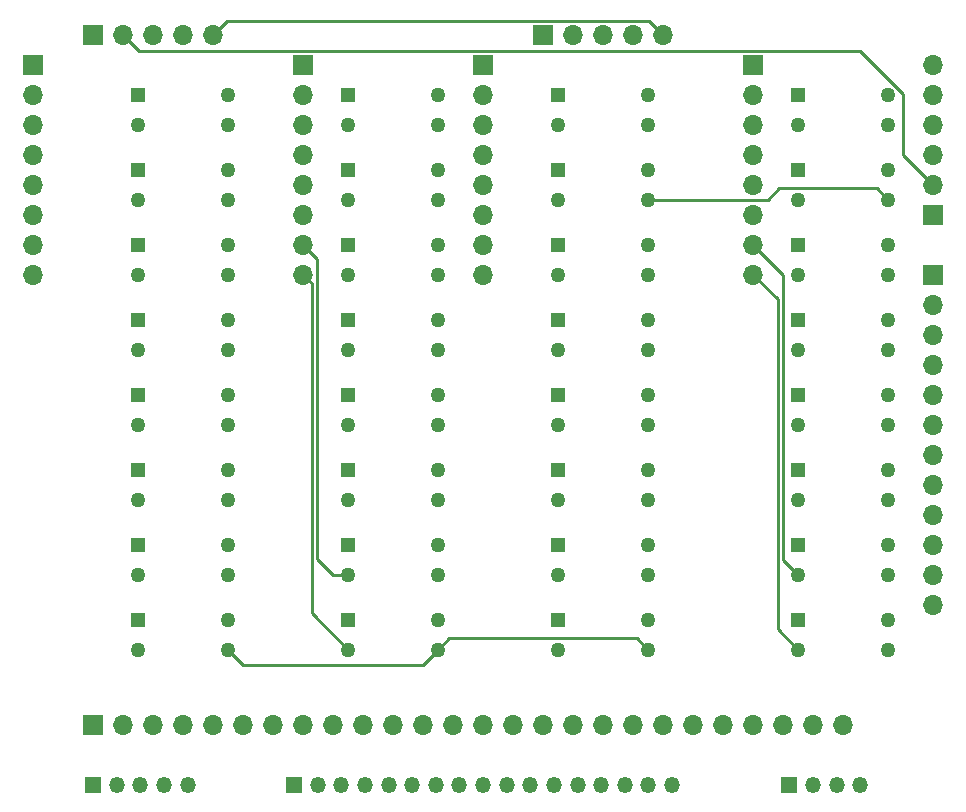
<source format=gbr>
%TF.GenerationSoftware,KiCad,Pcbnew,7.0.1*%
%TF.CreationDate,2023-11-08T17:30:37+01:00*%
%TF.ProjectId,keyboard,6b657962-6f61-4726-942e-6b696361645f,rev?*%
%TF.SameCoordinates,Original*%
%TF.FileFunction,Copper,L2,Bot*%
%TF.FilePolarity,Positive*%
%FSLAX46Y46*%
G04 Gerber Fmt 4.6, Leading zero omitted, Abs format (unit mm)*
G04 Created by KiCad (PCBNEW 7.0.1) date 2023-11-08 17:30:37*
%MOMM*%
%LPD*%
G01*
G04 APERTURE LIST*
%TA.AperFunction,ComponentPad*%
%ADD10R,1.260000X1.260000*%
%TD*%
%TA.AperFunction,ComponentPad*%
%ADD11C,1.260000*%
%TD*%
%TA.AperFunction,ComponentPad*%
%ADD12R,1.700000X1.700000*%
%TD*%
%TA.AperFunction,ComponentPad*%
%ADD13O,1.700000X1.700000*%
%TD*%
%TA.AperFunction,ComponentPad*%
%ADD14O,1.350000X1.350000*%
%TD*%
%TA.AperFunction,ComponentPad*%
%ADD15R,1.350000X1.350000*%
%TD*%
%TA.AperFunction,Conductor*%
%ADD16C,0.250000*%
%TD*%
G04 APERTURE END LIST*
D10*
%TO.P,Q30,1*%
%TO.N,Net-(J7-Pin_5)*%
X151130000Y-77470000D03*
D11*
%TO.P,Q30,2*%
%TO.N,Net-(J4-Pin_6)*%
X151130000Y-80010000D03*
%TO.P,Q30,3*%
%TO.N,Net-(J6-Pin_8)*%
X158750000Y-80010000D03*
%TO.P,Q30,4*%
%TO.N,Net-(J6-Pin_7)*%
X158750000Y-77470000D03*
%TD*%
D12*
%TO.P,J4,1,Pin_1*%
%TO.N,Net-(J4-Pin_1)*%
X147320000Y-43180000D03*
D13*
%TO.P,J4,2,Pin_2*%
%TO.N,Net-(J4-Pin_2)*%
X147320000Y-45720000D03*
%TO.P,J4,3,Pin_3*%
%TO.N,Net-(J4-Pin_3)*%
X147320000Y-48260000D03*
%TO.P,J4,4,Pin_4*%
%TO.N,Net-(J4-Pin_4)*%
X147320000Y-50800000D03*
%TO.P,J4,5,Pin_5*%
%TO.N,Net-(J4-Pin_5)*%
X147320000Y-53340000D03*
%TO.P,J4,6,Pin_6*%
%TO.N,Net-(J4-Pin_6)*%
X147320000Y-55880000D03*
%TO.P,J4,7,Pin_7*%
%TO.N,Net-(J4-Pin_7)*%
X147320000Y-58420000D03*
%TO.P,J4,8,Pin_8*%
%TO.N,Net-(J4-Pin_8)*%
X147320000Y-60960000D03*
%TD*%
D12*
%TO.P,J2,1,Pin_1*%
%TO.N,Net-(J2-Pin_1)*%
X109220000Y-43180000D03*
D13*
%TO.P,J2,2,Pin_2*%
%TO.N,Net-(J2-Pin_2)*%
X109220000Y-45720000D03*
%TO.P,J2,3,Pin_3*%
%TO.N,Net-(J2-Pin_3)*%
X109220000Y-48260000D03*
%TO.P,J2,4,Pin_4*%
%TO.N,Net-(J2-Pin_4)*%
X109220000Y-50800000D03*
%TO.P,J2,5,Pin_5*%
%TO.N,Net-(J2-Pin_5)*%
X109220000Y-53340000D03*
%TO.P,J2,6,Pin_6*%
%TO.N,Net-(J2-Pin_6)*%
X109220000Y-55880000D03*
%TO.P,J2,7,Pin_7*%
%TO.N,Net-(J2-Pin_7)*%
X109220000Y-58420000D03*
%TO.P,J2,8,Pin_8*%
%TO.N,Net-(J2-Pin_8)*%
X109220000Y-60960000D03*
%TD*%
D12*
%TO.P,J7,1,Pin_1*%
%TO.N,Net-(J7-Pin_1)*%
X91440000Y-40640000D03*
D13*
%TO.P,J7,2,Pin_2*%
%TO.N,Net-(J7-Pin_2)*%
X93980000Y-40640000D03*
%TO.P,J7,3,Pin_3*%
%TO.N,Net-(J7-Pin_3)*%
X96520000Y-40640000D03*
%TO.P,J7,4,Pin_4*%
%TO.N,Net-(J7-Pin_4)*%
X99060000Y-40640000D03*
%TO.P,J7,5,Pin_5*%
%TO.N,Net-(J7-Pin_5)*%
X101600000Y-40640000D03*
%TD*%
D10*
%TO.P,Q7,1*%
%TO.N,Net-(J7-Pin_5)*%
X95250000Y-83820000D03*
D11*
%TO.P,Q7,2*%
%TO.N,Net-(J1-Pin_7)*%
X95250000Y-86360000D03*
%TO.P,Q7,3*%
%TO.N,Net-(Q1-Pad3)*%
X102870000Y-86360000D03*
%TO.P,Q7,4*%
%TO.N,Net-(J11-Pin_2)*%
X102870000Y-83820000D03*
%TD*%
D12*
%TO.P,J9,1,Pin_1*%
%TO.N,Net-(J7-Pin_1)*%
X162560000Y-55880000D03*
D13*
%TO.P,J9,2,Pin_2*%
%TO.N,Net-(J7-Pin_2)*%
X162560000Y-53340000D03*
%TO.P,J9,3,Pin_3*%
%TO.N,Net-(J8-Pin_2)*%
X162560000Y-50800000D03*
%TO.P,J9,4,Pin_4*%
%TO.N,Net-(J7-Pin_3)*%
X162560000Y-48260000D03*
%TO.P,J9,5,Pin_5*%
%TO.N,Net-(J7-Pin_4)*%
X162560000Y-45720000D03*
%TO.P,J9,6,Pin_6*%
%TO.N,Net-(J7-Pin_5)*%
X162560000Y-43180000D03*
%TD*%
D14*
%TO.P,J12,4,Pin_4*%
%TO.N,Net-(J12-Pin_4)*%
X156400000Y-104140000D03*
%TO.P,J12,3,Pin_3*%
%TO.N,Net-(J12-Pin_3)*%
X154400000Y-104140000D03*
%TO.P,J12,2,Pin_2*%
%TO.N,Net-(J12-Pin_2)*%
X152400000Y-104140000D03*
D15*
%TO.P,J12,1,Pin_1*%
%TO.N,Net-(J12-Pin_1)*%
X150400000Y-104140000D03*
%TD*%
%TO.P,J11,1,Pin_1*%
%TO.N,Net-(J11-Pin_1)*%
X108460000Y-104140000D03*
D14*
%TO.P,J11,2,Pin_2*%
%TO.N,Net-(J11-Pin_2)*%
X110460000Y-104140000D03*
%TO.P,J11,3,Pin_3*%
%TO.N,Net-(J11-Pin_3)*%
X112460000Y-104140000D03*
%TO.P,J11,4,Pin_4*%
%TO.N,Net-(J11-Pin_4)*%
X114460000Y-104140000D03*
%TO.P,J11,5,Pin_5*%
%TO.N,Net-(J11-Pin_5)*%
X116460000Y-104140000D03*
%TO.P,J11,6,Pin_6*%
%TO.N,Net-(J11-Pin_6)*%
X118460000Y-104140000D03*
%TO.P,J11,7,Pin_7*%
%TO.N,Net-(J11-Pin_7)*%
X120460000Y-104140000D03*
%TO.P,J11,8,Pin_8*%
%TO.N,Net-(J11-Pin_8)*%
X122460000Y-104140000D03*
%TO.P,J11,9,Pin_9*%
%TO.N,Net-(J11-Pin_9)*%
X124460000Y-104140000D03*
%TO.P,J11,10,Pin_10*%
%TO.N,Net-(J11-Pin_10)*%
X126460000Y-104140000D03*
%TO.P,J11,11,Pin_11*%
%TO.N,Net-(J11-Pin_11)*%
X128460000Y-104140000D03*
%TO.P,J11,12,Pin_12*%
%TO.N,Net-(J11-Pin_12)*%
X130460000Y-104140000D03*
%TO.P,J11,13,Pin_13*%
%TO.N,Net-(J11-Pin_13)*%
X132460000Y-104140000D03*
%TO.P,J11,14,Pin_14*%
%TO.N,Net-(J11-Pin_14)*%
X134460000Y-104140000D03*
%TO.P,J11,15,Pin_15*%
%TO.N,Net-(J11-Pin_15)*%
X136460000Y-104140000D03*
%TO.P,J11,16,Pin_16*%
%TO.N,Net-(J11-Pin_16)*%
X138460000Y-104140000D03*
%TO.P,J11,17,Pin_17*%
%TO.N,Net-(J11-Pin_17)*%
X140460000Y-104140000D03*
%TD*%
D15*
%TO.P,J10,1,Pin_1*%
%TO.N,Net-(J10-Pin_1)*%
X91440000Y-104140000D03*
D14*
%TO.P,J10,2,Pin_2*%
%TO.N,Net-(J10-Pin_2)*%
X93440000Y-104140000D03*
%TO.P,J10,3,Pin_3*%
%TO.N,Net-(J10-Pin_3)*%
X95440000Y-104140000D03*
%TO.P,J10,4,Pin_4*%
%TO.N,Net-(J10-Pin_4)*%
X97440000Y-104140000D03*
%TO.P,J10,5,Pin_5*%
%TO.N,Net-(J10-Pin_5)*%
X99440000Y-104140000D03*
%TD*%
D12*
%TO.P,J8,1,Pin_1*%
%TO.N,Net-(J7-Pin_1)*%
X129540000Y-40640000D03*
D13*
%TO.P,J8,2,Pin_2*%
%TO.N,Net-(J8-Pin_2)*%
X132080000Y-40640000D03*
%TO.P,J8,3,Pin_3*%
%TO.N,Net-(J7-Pin_3)*%
X134620000Y-40640000D03*
%TO.P,J8,4,Pin_4*%
%TO.N,Net-(J7-Pin_4)*%
X137160000Y-40640000D03*
%TO.P,J8,5,Pin_5*%
%TO.N,Net-(J7-Pin_5)*%
X139700000Y-40640000D03*
%TD*%
D10*
%TO.P,Q17,1*%
%TO.N,Net-(J7-Pin_5)*%
X130810000Y-45720000D03*
D11*
%TO.P,Q17,2*%
%TO.N,Net-(J3-Pin_1)*%
X130810000Y-48260000D03*
%TO.P,Q17,3*%
%TO.N,Net-(Q1-Pad3)*%
X138430000Y-48260000D03*
%TO.P,Q17,4*%
%TO.N,Net-(J11-Pin_12)*%
X138430000Y-45720000D03*
%TD*%
D10*
%TO.P,Q11,1*%
%TO.N,Net-(J7-Pin_5)*%
X113030000Y-58420000D03*
D11*
%TO.P,Q11,2*%
%TO.N,Net-(J2-Pin_3)*%
X113030000Y-60960000D03*
%TO.P,Q11,3*%
%TO.N,Net-(Q1-Pad3)*%
X120650000Y-60960000D03*
%TO.P,Q11,4*%
%TO.N,Net-(J11-Pin_6)*%
X120650000Y-58420000D03*
%TD*%
D10*
%TO.P,Q24,1*%
%TO.N,Net-(J7-Pin_5)*%
X130810000Y-90170000D03*
D11*
%TO.P,Q24,2*%
%TO.N,Net-(J3-Pin_8)*%
X130810000Y-92710000D03*
%TO.P,Q24,3*%
%TO.N,Net-(Q1-Pad3)*%
X138430000Y-92710000D03*
%TO.P,Q24,4*%
%TO.N,Net-(J12-Pin_2)*%
X138430000Y-90170000D03*
%TD*%
D10*
%TO.P,Q20,1*%
%TO.N,Net-(J7-Pin_5)*%
X130810000Y-64770000D03*
D11*
%TO.P,Q20,2*%
%TO.N,Net-(J3-Pin_4)*%
X130810000Y-67310000D03*
%TO.P,Q20,3*%
%TO.N,Net-(Q1-Pad3)*%
X138430000Y-67310000D03*
%TO.P,Q20,4*%
%TO.N,Net-(J11-Pin_15)*%
X138430000Y-64770000D03*
%TD*%
D10*
%TO.P,Q8,1*%
%TO.N,Net-(J7-Pin_5)*%
X95250000Y-90170000D03*
D11*
%TO.P,Q8,2*%
%TO.N,Net-(J1-Pin_8)*%
X95250000Y-92710000D03*
%TO.P,Q8,3*%
%TO.N,Net-(Q1-Pad3)*%
X102870000Y-92710000D03*
%TO.P,Q8,4*%
%TO.N,Net-(J11-Pin_3)*%
X102870000Y-90170000D03*
%TD*%
D10*
%TO.P,Q13,1*%
%TO.N,Net-(J7-Pin_5)*%
X113030000Y-71120000D03*
D11*
%TO.P,Q13,2*%
%TO.N,Net-(J2-Pin_5)*%
X113030000Y-73660000D03*
%TO.P,Q13,3*%
%TO.N,Net-(Q1-Pad3)*%
X120650000Y-73660000D03*
%TO.P,Q13,4*%
%TO.N,Net-(J11-Pin_8)*%
X120650000Y-71120000D03*
%TD*%
D10*
%TO.P,Q2,1*%
%TO.N,Net-(J7-Pin_5)*%
X95250000Y-52070000D03*
D11*
%TO.P,Q2,2*%
%TO.N,Net-(J1-Pin_2)*%
X95250000Y-54610000D03*
%TO.P,Q2,3*%
%TO.N,Net-(Q1-Pad3)*%
X102870000Y-54610000D03*
%TO.P,Q2,4*%
%TO.N,Net-(J10-Pin_2)*%
X102870000Y-52070000D03*
%TD*%
D10*
%TO.P,Q23,1*%
%TO.N,Net-(J7-Pin_5)*%
X130810000Y-83820000D03*
D11*
%TO.P,Q23,2*%
%TO.N,Net-(J3-Pin_7)*%
X130810000Y-86360000D03*
%TO.P,Q23,3*%
%TO.N,Net-(Q1-Pad3)*%
X138430000Y-86360000D03*
%TO.P,Q23,4*%
%TO.N,Net-(J12-Pin_1)*%
X138430000Y-83820000D03*
%TD*%
D10*
%TO.P,Q32,1*%
%TO.N,Net-(J7-Pin_5)*%
X151130000Y-90170000D03*
D11*
%TO.P,Q32,2*%
%TO.N,Net-(J4-Pin_8)*%
X151130000Y-92710000D03*
%TO.P,Q32,3*%
%TO.N,Net-(J6-Pin_12)*%
X158750000Y-92710000D03*
%TO.P,Q32,4*%
%TO.N,Net-(J6-Pin_11)*%
X158750000Y-90170000D03*
%TD*%
D10*
%TO.P,Q28,1*%
%TO.N,Net-(J7-Pin_5)*%
X151130000Y-64770000D03*
D11*
%TO.P,Q28,2*%
%TO.N,Net-(J4-Pin_4)*%
X151130000Y-67310000D03*
%TO.P,Q28,3*%
%TO.N,Net-(J6-Pin_4)*%
X158750000Y-67310000D03*
%TO.P,Q28,4*%
%TO.N,Net-(J6-Pin_3)*%
X158750000Y-64770000D03*
%TD*%
D10*
%TO.P,Q19,1*%
%TO.N,Net-(J7-Pin_5)*%
X130810000Y-58420000D03*
D11*
%TO.P,Q19,2*%
%TO.N,Net-(J3-Pin_3)*%
X130810000Y-60960000D03*
%TO.P,Q19,3*%
%TO.N,Net-(Q1-Pad3)*%
X138430000Y-60960000D03*
%TO.P,Q19,4*%
%TO.N,Net-(J11-Pin_14)*%
X138430000Y-58420000D03*
%TD*%
D10*
%TO.P,Q18,1*%
%TO.N,Net-(J7-Pin_5)*%
X130810000Y-52070000D03*
D11*
%TO.P,Q18,2*%
%TO.N,Net-(J3-Pin_2)*%
X130810000Y-54610000D03*
%TO.P,Q18,3*%
%TO.N,Net-(Q1-Pad3)*%
X138430000Y-54610000D03*
%TO.P,Q18,4*%
%TO.N,Net-(J11-Pin_13)*%
X138430000Y-52070000D03*
%TD*%
D10*
%TO.P,Q6,1*%
%TO.N,Net-(J7-Pin_5)*%
X95250000Y-77470000D03*
D11*
%TO.P,Q6,2*%
%TO.N,Net-(J1-Pin_6)*%
X95250000Y-80010000D03*
%TO.P,Q6,3*%
%TO.N,Net-(Q1-Pad3)*%
X102870000Y-80010000D03*
%TO.P,Q6,4*%
%TO.N,Net-(J11-Pin_1)*%
X102870000Y-77470000D03*
%TD*%
D10*
%TO.P,Q14,1*%
%TO.N,Net-(J7-Pin_5)*%
X113030000Y-77470000D03*
D11*
%TO.P,Q14,2*%
%TO.N,Net-(J2-Pin_6)*%
X113030000Y-80010000D03*
%TO.P,Q14,3*%
%TO.N,Net-(Q1-Pad3)*%
X120650000Y-80010000D03*
%TO.P,Q14,4*%
%TO.N,Net-(J11-Pin_9)*%
X120650000Y-77470000D03*
%TD*%
D10*
%TO.P,Q27,1*%
%TO.N,Net-(J7-Pin_5)*%
X151130000Y-58420000D03*
D11*
%TO.P,Q27,2*%
%TO.N,Net-(J4-Pin_3)*%
X151130000Y-60960000D03*
%TO.P,Q27,3*%
%TO.N,Net-(J6-Pin_2)*%
X158750000Y-60960000D03*
%TO.P,Q27,4*%
%TO.N,Net-(J6-Pin_1)*%
X158750000Y-58420000D03*
%TD*%
D10*
%TO.P,Q25,1*%
%TO.N,Net-(J7-Pin_5)*%
X151130000Y-45720000D03*
D11*
%TO.P,Q25,2*%
%TO.N,Net-(J4-Pin_1)*%
X151130000Y-48260000D03*
%TO.P,Q25,3*%
%TO.N,Net-(Q1-Pad3)*%
X158750000Y-48260000D03*
%TO.P,Q25,4*%
%TO.N,Net-(J12-Pin_3)*%
X158750000Y-45720000D03*
%TD*%
D10*
%TO.P,Q5,1*%
%TO.N,Net-(J7-Pin_5)*%
X95250000Y-71120000D03*
D11*
%TO.P,Q5,2*%
%TO.N,Net-(J1-Pin_5)*%
X95250000Y-73660000D03*
%TO.P,Q5,3*%
%TO.N,Net-(Q1-Pad3)*%
X102870000Y-73660000D03*
%TO.P,Q5,4*%
%TO.N,Net-(J10-Pin_5)*%
X102870000Y-71120000D03*
%TD*%
D10*
%TO.P,Q29,1*%
%TO.N,Net-(J7-Pin_5)*%
X151130000Y-71120000D03*
D11*
%TO.P,Q29,2*%
%TO.N,Net-(J4-Pin_5)*%
X151130000Y-73660000D03*
%TO.P,Q29,3*%
%TO.N,Net-(J6-Pin_6)*%
X158750000Y-73660000D03*
%TO.P,Q29,4*%
%TO.N,Net-(J6-Pin_5)*%
X158750000Y-71120000D03*
%TD*%
D10*
%TO.P,Q21,1*%
%TO.N,Net-(J7-Pin_5)*%
X130810000Y-71120000D03*
D11*
%TO.P,Q21,2*%
%TO.N,Net-(J3-Pin_5)*%
X130810000Y-73660000D03*
%TO.P,Q21,3*%
%TO.N,Net-(Q1-Pad3)*%
X138430000Y-73660000D03*
%TO.P,Q21,4*%
%TO.N,Net-(J11-Pin_16)*%
X138430000Y-71120000D03*
%TD*%
D10*
%TO.P,Q15,1*%
%TO.N,Net-(J7-Pin_5)*%
X113030000Y-83820000D03*
D11*
%TO.P,Q15,2*%
%TO.N,Net-(J2-Pin_7)*%
X113030000Y-86360000D03*
%TO.P,Q15,3*%
%TO.N,Net-(Q1-Pad3)*%
X120650000Y-86360000D03*
%TO.P,Q15,4*%
%TO.N,Net-(J11-Pin_10)*%
X120650000Y-83820000D03*
%TD*%
D10*
%TO.P,Q12,1*%
%TO.N,Net-(J7-Pin_5)*%
X113030000Y-64770000D03*
D11*
%TO.P,Q12,2*%
%TO.N,Net-(J2-Pin_4)*%
X113030000Y-67310000D03*
%TO.P,Q12,3*%
%TO.N,Net-(Q1-Pad3)*%
X120650000Y-67310000D03*
%TO.P,Q12,4*%
%TO.N,Net-(J11-Pin_7)*%
X120650000Y-64770000D03*
%TD*%
D10*
%TO.P,Q4,1*%
%TO.N,Net-(J7-Pin_5)*%
X95250000Y-64770000D03*
D11*
%TO.P,Q4,2*%
%TO.N,Net-(J1-Pin_4)*%
X95250000Y-67310000D03*
%TO.P,Q4,3*%
%TO.N,Net-(Q1-Pad3)*%
X102870000Y-67310000D03*
%TO.P,Q4,4*%
%TO.N,Net-(J10-Pin_4)*%
X102870000Y-64770000D03*
%TD*%
D10*
%TO.P,Q31,1*%
%TO.N,Net-(J7-Pin_5)*%
X151130000Y-83820000D03*
D11*
%TO.P,Q31,2*%
%TO.N,Net-(J4-Pin_7)*%
X151130000Y-86360000D03*
%TO.P,Q31,3*%
%TO.N,Net-(J6-Pin_10)*%
X158750000Y-86360000D03*
%TO.P,Q31,4*%
%TO.N,Net-(J6-Pin_9)*%
X158750000Y-83820000D03*
%TD*%
D10*
%TO.P,Q26,1*%
%TO.N,Net-(J7-Pin_5)*%
X151130000Y-52070000D03*
D11*
%TO.P,Q26,2*%
%TO.N,Net-(J4-Pin_2)*%
X151130000Y-54610000D03*
%TO.P,Q26,3*%
%TO.N,Net-(Q1-Pad3)*%
X158750000Y-54610000D03*
%TO.P,Q26,4*%
%TO.N,Net-(J12-Pin_4)*%
X158750000Y-52070000D03*
%TD*%
D10*
%TO.P,Q22,1*%
%TO.N,Net-(J7-Pin_5)*%
X130810000Y-77470000D03*
D11*
%TO.P,Q22,2*%
%TO.N,Net-(J3-Pin_6)*%
X130810000Y-80010000D03*
%TO.P,Q22,3*%
%TO.N,Net-(Q1-Pad3)*%
X138430000Y-80010000D03*
%TO.P,Q22,4*%
%TO.N,Net-(J11-Pin_17)*%
X138430000Y-77470000D03*
%TD*%
D10*
%TO.P,Q9,1*%
%TO.N,Net-(J7-Pin_5)*%
X113030000Y-45720000D03*
D11*
%TO.P,Q9,2*%
%TO.N,Net-(J2-Pin_1)*%
X113030000Y-48260000D03*
%TO.P,Q9,3*%
%TO.N,Net-(Q1-Pad3)*%
X120650000Y-48260000D03*
%TO.P,Q9,4*%
%TO.N,Net-(J11-Pin_4)*%
X120650000Y-45720000D03*
%TD*%
D10*
%TO.P,Q16,1*%
%TO.N,Net-(J7-Pin_5)*%
X113030000Y-90170000D03*
D11*
%TO.P,Q16,2*%
%TO.N,Net-(J2-Pin_8)*%
X113030000Y-92710000D03*
%TO.P,Q16,3*%
%TO.N,Net-(Q1-Pad3)*%
X120650000Y-92710000D03*
%TO.P,Q16,4*%
%TO.N,Net-(J11-Pin_11)*%
X120650000Y-90170000D03*
%TD*%
D10*
%TO.P,Q3,1*%
%TO.N,Net-(J7-Pin_5)*%
X95250000Y-58420000D03*
D11*
%TO.P,Q3,2*%
%TO.N,Net-(J1-Pin_3)*%
X95250000Y-60960000D03*
%TO.P,Q3,3*%
%TO.N,Net-(Q1-Pad3)*%
X102870000Y-60960000D03*
%TO.P,Q3,4*%
%TO.N,Net-(J10-Pin_3)*%
X102870000Y-58420000D03*
%TD*%
D10*
%TO.P,Q1,1*%
%TO.N,Net-(J7-Pin_5)*%
X95250000Y-45720000D03*
D11*
%TO.P,Q1,2*%
%TO.N,Net-(J1-Pin_1)*%
X95250000Y-48260000D03*
%TO.P,Q1,3*%
%TO.N,Net-(Q1-Pad3)*%
X102870000Y-48260000D03*
%TO.P,Q1,4*%
%TO.N,Net-(J10-Pin_1)*%
X102870000Y-45720000D03*
%TD*%
D10*
%TO.P,Q10,1*%
%TO.N,Net-(J7-Pin_5)*%
X113030000Y-52070000D03*
D11*
%TO.P,Q10,2*%
%TO.N,Net-(J2-Pin_2)*%
X113030000Y-54610000D03*
%TO.P,Q10,3*%
%TO.N,Net-(Q1-Pad3)*%
X120650000Y-54610000D03*
%TO.P,Q10,4*%
%TO.N,Net-(J11-Pin_5)*%
X120650000Y-52070000D03*
%TD*%
D12*
%TO.P,J1,1,Pin_1*%
%TO.N,Net-(J1-Pin_1)*%
X86360000Y-43180000D03*
D13*
%TO.P,J1,2,Pin_2*%
%TO.N,Net-(J1-Pin_2)*%
X86360000Y-45720000D03*
%TO.P,J1,3,Pin_3*%
%TO.N,Net-(J1-Pin_3)*%
X86360000Y-48260000D03*
%TO.P,J1,4,Pin_4*%
%TO.N,Net-(J1-Pin_4)*%
X86360000Y-50800000D03*
%TO.P,J1,5,Pin_5*%
%TO.N,Net-(J1-Pin_5)*%
X86360000Y-53340000D03*
%TO.P,J1,6,Pin_6*%
%TO.N,Net-(J1-Pin_6)*%
X86360000Y-55880000D03*
%TO.P,J1,7,Pin_7*%
%TO.N,Net-(J1-Pin_7)*%
X86360000Y-58420000D03*
%TO.P,J1,8,Pin_8*%
%TO.N,Net-(J1-Pin_8)*%
X86360000Y-60960000D03*
%TD*%
D12*
%TO.P,J5,1,Pin_1*%
%TO.N,Net-(J10-Pin_1)*%
X91440000Y-99060000D03*
D13*
%TO.P,J5,2,Pin_2*%
%TO.N,Net-(J10-Pin_2)*%
X93980000Y-99060000D03*
%TO.P,J5,3,Pin_3*%
%TO.N,Net-(J10-Pin_3)*%
X96520000Y-99060000D03*
%TO.P,J5,4,Pin_4*%
%TO.N,Net-(J10-Pin_4)*%
X99060000Y-99060000D03*
%TO.P,J5,5,Pin_5*%
%TO.N,Net-(J10-Pin_5)*%
X101600000Y-99060000D03*
%TO.P,J5,6,Pin_6*%
%TO.N,Net-(J11-Pin_1)*%
X104140000Y-99060000D03*
%TO.P,J5,7,Pin_7*%
%TO.N,Net-(J11-Pin_2)*%
X106680000Y-99060000D03*
%TO.P,J5,8,Pin_8*%
%TO.N,Net-(J11-Pin_3)*%
X109220000Y-99060000D03*
%TO.P,J5,9,Pin_9*%
%TO.N,Net-(J11-Pin_4)*%
X111760000Y-99060000D03*
%TO.P,J5,10,Pin_10*%
%TO.N,Net-(J11-Pin_5)*%
X114300000Y-99060000D03*
%TO.P,J5,11,Pin_11*%
%TO.N,Net-(J11-Pin_6)*%
X116840000Y-99060000D03*
%TO.P,J5,12,Pin_12*%
%TO.N,Net-(J11-Pin_7)*%
X119380000Y-99060000D03*
%TO.P,J5,13,Pin_13*%
%TO.N,Net-(J11-Pin_8)*%
X121920000Y-99060000D03*
%TO.P,J5,14,Pin_14*%
%TO.N,Net-(J11-Pin_9)*%
X124460000Y-99060000D03*
%TO.P,J5,15,Pin_15*%
%TO.N,Net-(J11-Pin_10)*%
X127000000Y-99060000D03*
%TO.P,J5,16,Pin_16*%
%TO.N,Net-(J11-Pin_11)*%
X129540000Y-99060000D03*
%TO.P,J5,17,Pin_17*%
%TO.N,Net-(J11-Pin_12)*%
X132080000Y-99060000D03*
%TO.P,J5,18,Pin_18*%
%TO.N,Net-(J11-Pin_13)*%
X134620000Y-99060000D03*
%TO.P,J5,19,Pin_19*%
%TO.N,Net-(J11-Pin_14)*%
X137160000Y-99060000D03*
%TO.P,J5,20,Pin_20*%
%TO.N,Net-(J11-Pin_15)*%
X139700000Y-99060000D03*
%TO.P,J5,21,Pin_21*%
%TO.N,Net-(J11-Pin_16)*%
X142240000Y-99060000D03*
%TO.P,J5,22,Pin_22*%
%TO.N,Net-(J11-Pin_17)*%
X144780000Y-99060000D03*
%TO.P,J5,23,Pin_23*%
%TO.N,Net-(J12-Pin_1)*%
X147320000Y-99060000D03*
%TO.P,J5,24,Pin_24*%
%TO.N,Net-(J12-Pin_2)*%
X149860000Y-99060000D03*
%TO.P,J5,25,Pin_25*%
%TO.N,Net-(J12-Pin_3)*%
X152400000Y-99060000D03*
%TO.P,J5,26,Pin_26*%
%TO.N,Net-(J12-Pin_4)*%
X154940000Y-99060000D03*
%TD*%
D12*
%TO.P,J6,1,Pin_1*%
%TO.N,Net-(J6-Pin_1)*%
X162560000Y-60960000D03*
D13*
%TO.P,J6,2,Pin_2*%
%TO.N,Net-(J6-Pin_2)*%
X162560000Y-63500000D03*
%TO.P,J6,3,Pin_3*%
%TO.N,Net-(J6-Pin_3)*%
X162560000Y-66040000D03*
%TO.P,J6,4,Pin_4*%
%TO.N,Net-(J6-Pin_4)*%
X162560000Y-68580000D03*
%TO.P,J6,5,Pin_5*%
%TO.N,Net-(J6-Pin_5)*%
X162560000Y-71120000D03*
%TO.P,J6,6,Pin_6*%
%TO.N,Net-(J6-Pin_6)*%
X162560000Y-73660000D03*
%TO.P,J6,7,Pin_7*%
%TO.N,Net-(J6-Pin_7)*%
X162560000Y-76200000D03*
%TO.P,J6,8,Pin_8*%
%TO.N,Net-(J6-Pin_8)*%
X162560000Y-78740000D03*
%TO.P,J6,9,Pin_9*%
%TO.N,Net-(J6-Pin_9)*%
X162560000Y-81280000D03*
%TO.P,J6,10,Pin_10*%
%TO.N,Net-(J6-Pin_10)*%
X162560000Y-83820000D03*
%TO.P,J6,11,Pin_11*%
%TO.N,Net-(J6-Pin_11)*%
X162560000Y-86360000D03*
%TO.P,J6,12,Pin_12*%
%TO.N,Net-(J6-Pin_12)*%
X162560000Y-88900000D03*
%TD*%
D12*
%TO.P,J3,1,Pin_1*%
%TO.N,Net-(J3-Pin_1)*%
X124460000Y-43180000D03*
D13*
%TO.P,J3,2,Pin_2*%
%TO.N,Net-(J3-Pin_2)*%
X124460000Y-45720000D03*
%TO.P,J3,3,Pin_3*%
%TO.N,Net-(J3-Pin_3)*%
X124460000Y-48260000D03*
%TO.P,J3,4,Pin_4*%
%TO.N,Net-(J3-Pin_4)*%
X124460000Y-50800000D03*
%TO.P,J3,5,Pin_5*%
%TO.N,Net-(J3-Pin_5)*%
X124460000Y-53340000D03*
%TO.P,J3,6,Pin_6*%
%TO.N,Net-(J3-Pin_6)*%
X124460000Y-55880000D03*
%TO.P,J3,7,Pin_7*%
%TO.N,Net-(J3-Pin_7)*%
X124460000Y-58420000D03*
%TO.P,J3,8,Pin_8*%
%TO.N,Net-(J3-Pin_8)*%
X124460000Y-60960000D03*
%TD*%
D16*
%TO.N,Net-(J4-Pin_8)*%
X147320000Y-60960000D02*
X149410000Y-63050000D01*
X149410000Y-63050000D02*
X149410000Y-90990000D01*
X149410000Y-90990000D02*
X151130000Y-92710000D01*
%TO.N,Net-(J4-Pin_7)*%
X147320000Y-58420000D02*
X149860000Y-60960000D01*
X149860000Y-60960000D02*
X149860000Y-85090000D01*
X149860000Y-85090000D02*
X151130000Y-86360000D01*
%TO.N,Net-(J2-Pin_8)*%
X109220000Y-60960000D02*
X109945000Y-61685000D01*
X109945000Y-61685000D02*
X109945000Y-89625000D01*
X109945000Y-89625000D02*
X113030000Y-92710000D01*
%TO.N,Net-(Q1-Pad3)*%
X102870000Y-92710000D02*
X104140000Y-93980000D01*
X104140000Y-93980000D02*
X119380000Y-93980000D01*
X119380000Y-93980000D02*
X120650000Y-92710000D01*
%TO.N,Net-(J2-Pin_7)*%
X110395000Y-84995000D02*
X111760000Y-86360000D01*
X110395000Y-59595000D02*
X110395000Y-84995000D01*
X109220000Y-58420000D02*
X110395000Y-59595000D01*
X111760000Y-86360000D02*
X113030000Y-86360000D01*
%TO.N,Net-(J7-Pin_5)*%
X102775000Y-39465000D02*
X101600000Y-40640000D01*
X102775000Y-39465000D02*
X138525000Y-39465000D01*
X138525000Y-39465000D02*
X139700000Y-40640000D01*
%TO.N,Net-(J7-Pin_2)*%
X162560000Y-53340000D02*
X160020000Y-50800000D01*
X93980000Y-40640000D02*
X95345000Y-42005000D01*
X95345000Y-42005000D02*
X156385574Y-42005000D01*
X156385574Y-42005000D02*
X160020000Y-45639426D01*
X160020000Y-45639426D02*
X160020000Y-50800000D01*
%TO.N,Net-(Q1-Pad3)*%
X120650000Y-92710000D02*
X121605000Y-91755000D01*
X121605000Y-91755000D02*
X137475000Y-91755000D01*
X137475000Y-91755000D02*
X138430000Y-92710000D01*
X158750000Y-54610000D02*
X157795000Y-53655000D01*
X157795000Y-53655000D02*
X149545000Y-53655000D01*
X149545000Y-53655000D02*
X148590000Y-54610000D01*
X148590000Y-54610000D02*
X138430000Y-54610000D01*
%TD*%
M02*

</source>
